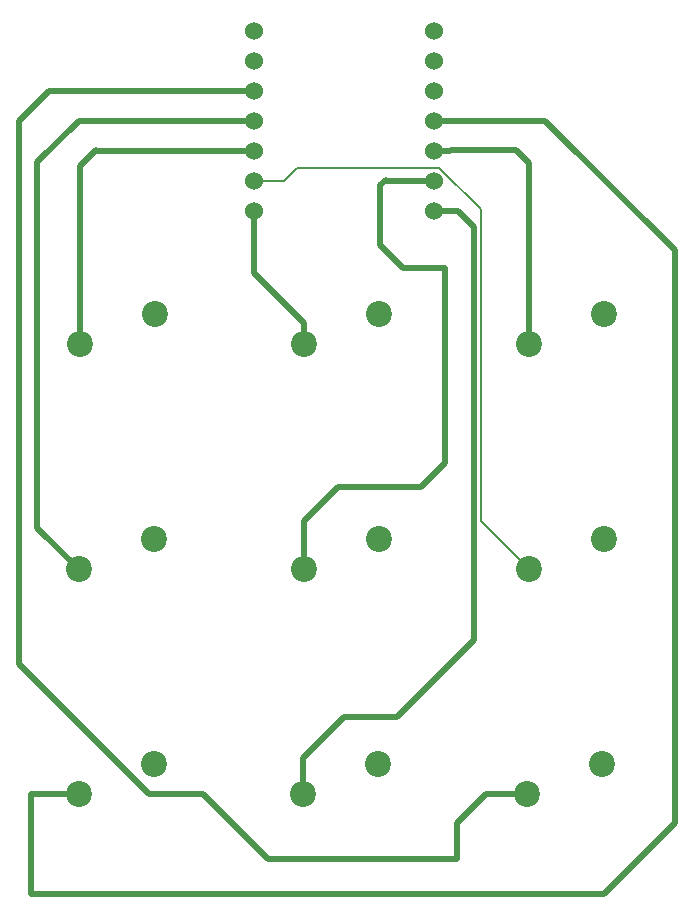
<source format=gbr>
%TF.GenerationSoftware,KiCad,Pcbnew,9.0.5*%
%TF.CreationDate,2025-12-26T20:20:43+00:00*%
%TF.ProjectId,macro pad,6d616372-6f20-4706-9164-2e6b69636164,rev?*%
%TF.SameCoordinates,Original*%
%TF.FileFunction,Copper,L2,Bot*%
%TF.FilePolarity,Positive*%
%FSLAX46Y46*%
G04 Gerber Fmt 4.6, Leading zero omitted, Abs format (unit mm)*
G04 Created by KiCad (PCBNEW 9.0.5) date 2025-12-26 20:20:43*
%MOMM*%
%LPD*%
G01*
G04 APERTURE LIST*
%TA.AperFunction,ComponentPad*%
%ADD10C,2.200000*%
%TD*%
%TA.AperFunction,ComponentPad*%
%ADD11C,1.524000*%
%TD*%
%TA.AperFunction,Conductor*%
%ADD12C,0.200000*%
%TD*%
%TA.AperFunction,Conductor*%
%ADD13C,0.500000*%
%TD*%
G04 APERTURE END LIST*
D10*
%TO.P,SW3,2,2*%
%TO.N,Net-(U1-GPIO3{slash}MOSI)*%
X26000000Y-84500000D03*
%TO.P,SW3,1,1*%
%TO.N,GND*%
X32350000Y-81960000D03*
%TD*%
%TO.P,SW6,2,2*%
%TO.N,Net-(U1-GPIO1{slash}RX)*%
X45000000Y-84500000D03*
%TO.P,SW6,1,1*%
%TO.N,GND*%
X51350000Y-81960000D03*
%TD*%
%TO.P,SW9,2,2*%
%TO.N,Net-(U1-GPIO28{slash}ADC2{slash}A2)*%
X64000000Y-84500000D03*
%TO.P,SW9,1,1*%
%TO.N,GND*%
X70350000Y-81960000D03*
%TD*%
D11*
%TO.P,U1,1,GPIO26/ADC0/A0*%
%TO.N,unconnected-(U1-GPIO26{slash}ADC0{slash}A0-Pad1)*%
X40880000Y-19880000D03*
%TO.P,U1,2,GPIO27/ADC1/A1*%
%TO.N,unconnected-(U1-GPIO27{slash}ADC1{slash}A1-Pad2)*%
X40880000Y-22420000D03*
%TO.P,U1,3,GPIO28/ADC2/A2*%
%TO.N,Net-(U1-GPIO28{slash}ADC2{slash}A2)*%
X40880000Y-24960000D03*
%TO.P,U1,4,GPIO29/ADC3/A3*%
%TO.N,Net-(U1-GPIO29{slash}ADC3{slash}A3)*%
X40880000Y-27500000D03*
%TO.P,U1,5,GPIO6/SDA*%
%TO.N,Net-(U1-GPIO6{slash}SDA)*%
X40880000Y-30040000D03*
%TO.P,U1,6,GPIO7/SCL*%
%TO.N,Net-(U1-GPIO7{slash}SCL)*%
X40880000Y-32580000D03*
%TO.P,U1,7,GPIO0/TX*%
%TO.N,Net-(U1-GPIO0{slash}TX)*%
X40880000Y-35120000D03*
%TO.P,U1,8,GPIO1/RX*%
%TO.N,Net-(U1-GPIO1{slash}RX)*%
X56120000Y-35120000D03*
%TO.P,U1,9,GPIO2/SCK*%
%TO.N,Net-(U1-GPIO2{slash}SCK)*%
X56120000Y-32580000D03*
%TO.P,U1,10,GPIO4/MISO*%
%TO.N,Net-(U1-GPIO4{slash}MISO)*%
X56120000Y-30040000D03*
%TO.P,U1,11,GPIO3/MOSI*%
%TO.N,Net-(U1-GPIO3{slash}MOSI)*%
X56120000Y-27500000D03*
%TO.P,U1,12,3V3*%
%TO.N,unconnected-(U1-3V3-Pad12)*%
X56120000Y-24960000D03*
%TO.P,U1,13,GND*%
%TO.N,GND*%
X56120000Y-22420000D03*
%TO.P,U1,14,VBUS*%
%TO.N,+5V*%
X56120000Y-19880000D03*
%TD*%
D10*
%TO.P,SW8,1,1*%
%TO.N,GND*%
X70460000Y-62920000D03*
%TO.P,SW8,2,2*%
%TO.N,Net-(U1-GPIO7{slash}SCL)*%
X64110000Y-65460000D03*
%TD*%
%TO.P,SW7,1,1*%
%TO.N,GND*%
X70460000Y-43920000D03*
%TO.P,SW7,2,2*%
%TO.N,Net-(U1-GPIO4{slash}MISO)*%
X64110000Y-46460000D03*
%TD*%
%TO.P,SW5,1,1*%
%TO.N,GND*%
X51460000Y-62920000D03*
%TO.P,SW5,2,2*%
%TO.N,Net-(U1-GPIO2{slash}SCK)*%
X45110000Y-65460000D03*
%TD*%
%TO.P,SW4,1,1*%
%TO.N,GND*%
X51460000Y-43920000D03*
%TO.P,SW4,2,2*%
%TO.N,Net-(U1-GPIO0{slash}TX)*%
X45110000Y-46460000D03*
%TD*%
%TO.P,SW2,1,1*%
%TO.N,GND*%
X32350000Y-62960000D03*
%TO.P,SW2,2,2*%
%TO.N,Net-(U1-GPIO29{slash}ADC3{slash}A3)*%
X26000000Y-65500000D03*
%TD*%
%TO.P,SW1,1,1*%
%TO.N,GND*%
X32460000Y-43920000D03*
%TO.P,SW1,2,2*%
%TO.N,Net-(U1-GPIO6{slash}SDA)*%
X26110000Y-46460000D03*
%TD*%
D12*
%TO.N,Net-(U1-GPIO7{slash}SCL)*%
X43420000Y-32580000D02*
X40880000Y-32580000D01*
X44483000Y-31517000D02*
X43420000Y-32580000D01*
X60051000Y-61401000D02*
X60051000Y-35007690D01*
X60051000Y-35007690D02*
X56560310Y-31517000D01*
X64110000Y-65460000D02*
X60051000Y-61401000D01*
X56560310Y-31517000D02*
X44483000Y-31517000D01*
D13*
%TO.N,Net-(U1-GPIO28{slash}ADC2{slash}A2)*%
X23540000Y-24960000D02*
X40880000Y-24960000D01*
X21000000Y-27500000D02*
X23540000Y-24960000D01*
X21000000Y-73500000D02*
X21000000Y-27500000D01*
X36500000Y-84500000D02*
X32000000Y-84500000D01*
X42000000Y-90000000D02*
X36500000Y-84500000D01*
X58000000Y-90000000D02*
X42000000Y-90000000D01*
X58000000Y-87000000D02*
X58000000Y-90000000D01*
X60500000Y-84500000D02*
X58000000Y-87000000D01*
X64000000Y-84500000D02*
X60500000Y-84500000D01*
X32000000Y-84500000D02*
X21000000Y-73500000D01*
%TO.N,Net-(U1-GPIO1{slash}RX)*%
X48500000Y-78000000D02*
X45000000Y-81500000D01*
X45000000Y-81500000D02*
X45000000Y-84500000D01*
X59500000Y-71500000D02*
X53000000Y-78000000D01*
X59500000Y-36500000D02*
X59500000Y-71500000D01*
X53000000Y-78000000D02*
X48500000Y-78000000D01*
X58120000Y-35120000D02*
X59500000Y-36500000D01*
X56120000Y-35120000D02*
X58120000Y-35120000D01*
%TO.N,Net-(U1-GPIO2{slash}SCK)*%
X52000000Y-32500000D02*
X52080000Y-32580000D01*
X52080000Y-32580000D02*
X56120000Y-32580000D01*
X51500000Y-33000000D02*
X52000000Y-32500000D01*
X53500000Y-40000000D02*
X51500000Y-38000000D01*
X51500000Y-38000000D02*
X51500000Y-33000000D01*
X57000000Y-40000000D02*
X53500000Y-40000000D01*
X57000000Y-40000000D02*
X57000000Y-42000000D01*
X57000000Y-56500000D02*
X57000000Y-40000000D01*
X55000000Y-58500000D02*
X57000000Y-56500000D01*
X48000000Y-58500000D02*
X55000000Y-58500000D01*
X45110000Y-61390000D02*
X48000000Y-58500000D01*
X45110000Y-65460000D02*
X45110000Y-61390000D01*
%TO.N,Net-(U1-GPIO3{slash}MOSI)*%
X65500000Y-27500000D02*
X56120000Y-27500000D01*
X76500000Y-38500000D02*
X65500000Y-27500000D01*
X76500000Y-87000000D02*
X76500000Y-38500000D01*
X70500000Y-93000000D02*
X76500000Y-87000000D01*
X22000000Y-93000000D02*
X70500000Y-93000000D01*
X22000000Y-84500000D02*
X22000000Y-93000000D01*
X26000000Y-84500000D02*
X22000000Y-84500000D01*
%TO.N,Net-(U1-GPIO29{slash}ADC3{slash}A3)*%
X26000000Y-27500000D02*
X40880000Y-27500000D01*
X22500000Y-62000000D02*
X22500000Y-31000000D01*
X26000000Y-65500000D02*
X22500000Y-62000000D01*
X22500000Y-31000000D02*
X26000000Y-27500000D01*
%TO.N,Net-(U1-GPIO6{slash}SDA)*%
X27500000Y-30000000D02*
X27540000Y-30040000D01*
X26110000Y-31390000D02*
X27500000Y-30000000D01*
X27540000Y-30040000D02*
X40880000Y-30040000D01*
X26110000Y-46460000D02*
X26110000Y-31390000D01*
%TO.N,Net-(U1-GPIO0{slash}TX)*%
X45110000Y-44610000D02*
X40880000Y-40380000D01*
X40880000Y-40380000D02*
X40880000Y-35120000D01*
X45110000Y-46460000D02*
X45110000Y-44610000D01*
%TO.N,Net-(U1-GPIO4{slash}MISO)*%
X57460000Y-30040000D02*
X56120000Y-30040000D01*
X63000000Y-30000000D02*
X57500000Y-30000000D01*
X64110000Y-31110000D02*
X63000000Y-30000000D01*
X57500000Y-30000000D02*
X57460000Y-30040000D01*
X64110000Y-46460000D02*
X64110000Y-31110000D01*
%TD*%
M02*

</source>
